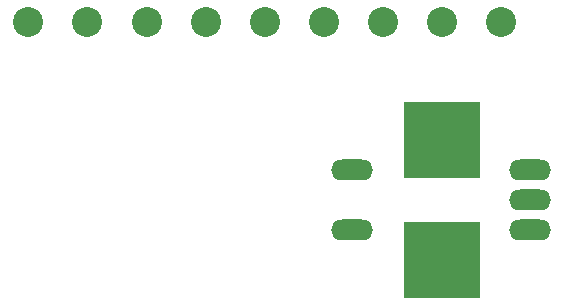
<source format=gbp>
G04 #@! TF.FileFunction,Paste,Bot*
%FSLAX46Y46*%
G04 Gerber Fmt 4.6, Leading zero omitted, Abs format (unit mm)*
G04 Created by KiCad (PCBNEW 4.0.7-e2-6376~58~ubuntu16.04.1) date Mon Nov  6 19:58:44 2017*
%MOMM*%
%LPD*%
G01*
G04 APERTURE LIST*
%ADD10C,0.100000*%
%ADD11R,6.451600X6.451600*%
%ADD12O,3.556000X1.778000*%
%ADD13C,2.540000*%
G04 APERTURE END LIST*
D10*
D11*
X119000000Y-94080000D03*
X119000000Y-83920000D03*
D12*
X126493000Y-91540000D03*
X126493000Y-89000000D03*
X126493000Y-86460000D03*
X111380000Y-91540000D03*
X111380000Y-86460000D03*
D13*
X89000000Y-74000000D03*
X84001280Y-74000000D03*
X114000000Y-74000000D03*
X109001280Y-74000000D03*
X124000000Y-74000000D03*
X119001280Y-74000000D03*
X104000000Y-74000000D03*
X99001280Y-74000000D03*
X94000020Y-74000000D03*
M02*

</source>
